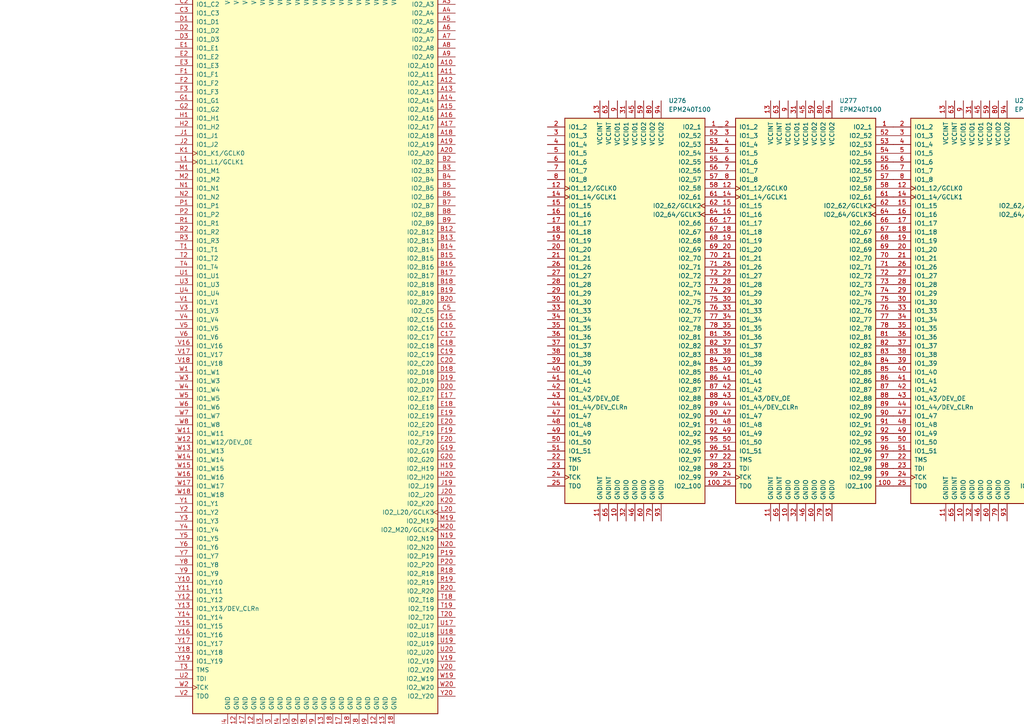
<source format=kicad_sch>
(kicad_sch (version 20250114) (generator "eeschema") (generator_version "9.0")
  (paper "A4")
  (lib_symbols
    (symbol "CPLD_Altera:EPM240T100" (pin_names (offset 1.016))
      (property "Reference" "U" (at 10.16 57.15 0))
      (property "Value" "EPM240T100" (at 10.16 -57.15 0))
      (symbol "EPM240T100_1_1"
        (rectangle (start -20.32 55.88) (end 20.32 -55.88) (stroke (width 0.254)) (fill (type background)))
        (pin bidirectional line (at -25.4 53.34 0) (length 5.08) (name "IO1_2") (number "2"))
        (pin bidirectional line (at -25.4 50.8 0) (length 5.08) (name "IO1_3") (number "3"))
        (pin bidirectional line (at -25.4 48.26 0) (length 5.08) (name "IO1_4") (number "4"))
        (pin bidirectional line (at -25.4 45.72 0) (length 5.08) (name "IO1_5") (number "5"))
        (pin bidirectional line (at -25.4 43.18 0) (length 5.08) (name "IO1_6") (number "6"))
        (pin bidirectional line (at -25.4 40.64 0) (length 5.08) (name "IO1_7") (number "7"))
        (pin bidirectional line (at -25.4 38.1 0) (length 5.08) (name "IO1_8") (number "8"))
        (pin bidirectional clock (at -25.4 35.56 0) (length 5.08) (name "IO1_12/GCLK0") (number "12"))
        (pin bidirectional clock (at -25.4 33.02 0) (length 5.08) (name "IO1_14/GCLK1") (number "14"))
        (pin bidirectional line (at -25.4 30.48 0) (length 5.08) (name "IO1_15") (number "15"))
        (pin bidirectional line (at -25.4 27.94 0) (length 5.08) (name "IO1_16") (number "16"))
        (pin bidirectional line (at -25.4 25.4 0) (length 5.08) (name "IO1_17") (number "17"))
        (pin bidirectional line (at -25.4 22.86 0) (length 5.08) (name "IO1_18") (number "18"))
        (pin bidirectional line (at -25.4 20.32 0) (length 5.08) (name "IO1_19") (number "19"))
        (pin bidirectional line (at -25.4 17.78 0) (length 5.08) (name "IO1_20") (number "20"))
        (pin bidirectional line (at -25.4 15.24 0) (length 5.08) (name "IO1_21") (number "21"))
        (pin bidirectional line (at -25.4 12.7 0) (length 5.08) (name "IO1_26") (number "26"))
        (pin bidirectional line (at -25.4 10.16 0) (length 5.08) (name "IO1_27") (number "27"))
        (pin bidirectional line (at -25.4 7.62 0) (length 5.08) (name "IO1_28") (number "28"))
        (pin bidirectional line (at -25.4 5.08 0) (length 5.08) (name "IO1_29") (number "29"))
        (pin bidirectional line (at -25.4 2.54 0) (length 5.08) (name "IO1_30") (number "30"))
        (pin bidirectional line (at -25.4 0 0) (length 5.08) (name "IO1_33") (number "33"))
        (pin bidirectional line (at -25.4 -2.54 0) (length 5.08) (name "IO1_34") (number "34"))
        (pin bidirectional line (at -25.4 -5.08 0) (length 5.08) (name "IO1_35") (number "35"))
        (pin bidirectional line (at -25.4 -7.62 0) (length 5.08) (name "IO1_36") (number "36"))
        (pin bidirectional line (at -25.4 -10.16 0) (length 5.08) (name "IO1_37") (number "37"))
        (pin bidirectional line (at -25.4 -12.7 0) (length 5.08) (name "IO1_38") (number "38"))
        (pin bidirectional line (at -25.4 -15.24 0) (length 5.08) (name "IO1_39") (number "39"))
        (pin bidirectional line (at -25.4 -17.78 0) (length 5.08) (name "IO1_40") (number "40"))
        (pin bidirectional line (at -25.4 -20.32 0) (length 5.08) (name "IO1_41") (number "41"))
        (pin bidirectional line (at -25.4 -22.86 0) (length 5.08) (name "IO1_42") (number "42"))
        (pin bidirectional line (at -25.4 -25.4 0) (length 5.08) (name "IO1_43/DEV_OE") (number "43"))
        (pin bidirectional line (at -25.4 -27.94 0) (length 5.08) (name "IO1_44/DEV_CLRn") (number "44"))
        (pin bidirectional line (at -25.4 -30.48 0) (length 5.08) (name "IO1_47") (number "47"))
        (pin bidirectional line (at -25.4 -33.02 0) (length 5.08) (name "IO1_48") (number "48"))
        (pin bidirectional line (at -25.4 -35.56 0) (length 5.08) (name "IO1_49") (number "49"))
        (pin bidirectional line (at -25.4 -38.1 0) (length 5.08) (name "IO1_50") (number "50"))
        (pin bidirectional line (at -25.4 -40.64 0) (length 5.08) (name "IO1_51") (number "51"))
        (pin input line (at -25.4 -43.18 0) (length 5.08) (name "TMS") (number "22"))
        (pin input line (at -25.4 -45.72 0) (length 5.08) (name "TDI") (number "23"))
        (pin input clock (at -25.4 -48.26 0) (length 5.08) (name "TCK") (number "24"))
        (pin output line (at -25.4 -50.8 0) (length 5.08) (name "TDO") (number "25"))
        (pin power_in line (at -10.16 60.96 270) (length 5.08) (name "VCCINT") (number "13"))
        (pin power_in line (at -10.16 -60.96 90) (length 5.08) (name "GNDINT") (number "11"))
        (pin power_in line (at -7.62 60.96 270) (length 5.08) (name "VCCINT") (number "63"))
        (pin power_in line (at -7.62 -60.96 90) (length 5.08) (name "GNDINT") (number "65"))
        (pin power_in line (at -5.08 60.96 270) (length 5.08) (name "VCCIO1") (number "9"))
        (pin power_in line (at -5.08 -60.96 90) (length 5.08) (name "GNDIO") (number "10"))
        (pin power_in line (at -2.54 60.96 270) (length 5.08) (name "VCCIO1") (number "31"))
        (pin power_in line (at -2.54 -60.96 90) (length 5.08) (name "GNDIO") (number "32"))
        (pin power_in line (at 0 60.96 270) (length 5.08) (name "VCCIO1") (number "45"))
        (pin power_in line (at 0 -60.96 90) (length 5.08) (name "GNDIO") (number "46"))
        (pin power_in line (at 2.54 60.96 270) (length 5.08) (name "VCCIO2") (number "59"))
        (pin power_in line (at 2.54 -60.96 90) (length 5.08) (name "GNDIO") (number "60"))
        (pin power_in line (at 5.08 60.96 270) (length 5.08) (name "VCCIO2") (number "80"))
        (pin power_in line (at 5.08 -60.96 90) (length 5.08) (name "GNDIO") (number "79"))
        (pin power_in line (at 7.62 60.96 270) (length 5.08) (name "VCCIO2") (number "94"))
        (pin power_in line (at 7.62 -60.96 90) (length 5.08) (name "GNDIO") (number "93"))
        (pin bidirectional line (at 25.4 53.34 180) (length 5.08) (name "IO2_1") (number "1"))
        (pin bidirectional line (at 25.4 50.8 180) (length 5.08) (name "IO2_52") (number "52"))
        (pin bidirectional line (at 25.4 48.26 180) (length 5.08) (name "IO2_53") (number "53"))
        (pin bidirectional line (at 25.4 45.72 180) (length 5.08) (name "IO2_54") (number "54"))
        (pin bidirectional line (at 25.4 43.18 180) (length 5.08) (name "IO2_55") (number "55"))
        (pin bidirectional line (at 25.4 40.64 180) (length 5.08) (name "IO2_56") (number "56"))
        (pin bidirectional line (at 25.4 38.1 180) (length 5.08) (name "IO2_57") (number "57"))
        (pin bidirectional line (at 25.4 35.56 180) (length 5.08) (name "IO2_58") (number "58"))
        (pin bidirectional line (at 25.4 33.02 180) (length 5.08) (name "IO2_61") (number "61"))
        (pin bidirectional clock (at 25.4 30.48 180) (length 5.08) (name "IO2_62/GCLK2") (number "62"))
        (pin bidirectional clock (at 25.4 27.94 180) (length 5.08) (name "IO2_64/GCLK3") (number "64"))
        (pin bidirectional line (at 25.4 25.4 180) (length 5.08) (name "IO2_66") (number "66"))
        (pin bidirectional line (at 25.4 22.86 180) (length 5.08) (name "IO2_67") (number "67"))
        (pin bidirectional line (at 25.4 20.32 180) (length 5.08) (name "IO2_68") (number "68"))
        (pin bidirectional line (at 25.4 17.78 180) (length 5.08) (name "IO2_69") (number "69"))
        (pin bidirectional line (at 25.4 15.24 180) (length 5.08) (name "IO2_70") (number "70"))
        (pin bidirectional line (at 25.4 12.7 180) (length 5.08) (name "IO2_71") (number "71"))
        (pin bidirectional line (at 25.4 10.16 180) (length 5.08) (name "IO2_72") (number "72"))
        (pin bidirectional line (at 25.4 7.62 180) (length 5.08) (name "IO2_73") (number "73"))
        (pin bidirectional line (at 25.4 5.08 180) (length 5.08) (name "IO2_74") (number "74"))
        (pin bidirectional line (at 25.4 2.54 180) (length 5.08) (name "IO2_75") (number "75"))
        (pin bidirectional line (at 25.4 0 180) (length 5.08) (name "IO2_76") (number "76"))
        (pin bidirectional line (at 25.4 -2.54 180) (length 5.08) (name "IO2_77") (number "77"))
        (pin bidirectional line (at 25.4 -5.08 180) (length 5.08) (name "IO2_78") (number "78"))
        (pin bidirectional line (at 25.4 -7.62 180) (length 5.08) (name "IO2_81") (number "81"))
        (pin bidirectional line (at 25.4 -10.16 180) (length 5.08) (name "IO2_82") (number "82"))
        (pin bidirectional line (at 25.4 -12.7 180) (length 5.08) (name "IO2_83") (number "83"))
        (pin bidirectional line (at 25.4 -15.24 180) (length 5.08) (name "IO2_84") (number "84"))
        (pin bidirectional line (at 25.4 -17.78 180) (length 5.08) (name "IO2_85") (number "85"))
        (pin bidirectional line (at 25.4 -20.32 180) (length 5.08) (name "IO2_86") (number "86"))
        (pin bidirectional line (at 25.4 -22.86 180) (length 5.08) (name "IO2_87") (number "87"))
        (pin bidirectional line (at 25.4 -25.4 180) (length 5.08) (name "IO2_88") (number "88"))
        (pin bidirectional line (at 25.4 -27.94 180) (length 5.08) (name "IO2_89") (number "89"))
        (pin bidirectional line (at 25.4 -30.48 180) (length 5.08) (name "IO2_90") (number "90"))
        (pin bidirectional line (at 25.4 -33.02 180) (length 5.08) (name "IO2_91") (number "91"))
        (pin bidirectional line (at 25.4 -35.56 180) (length 5.08) (name "IO2_92") (number "92"))
        (pin bidirectional line (at 25.4 -38.1 180) (length 5.08) (name "IO2_95") (number "95"))
        (pin bidirectional line (at 25.4 -40.64 180) (length 5.08) (name "IO2_96") (number "96"))
        (pin bidirectional line (at 25.4 -43.18 180) (length 5.08) (name "IO2_97") (number "97"))
        (pin bidirectional line (at 25.4 -45.72 180) (length 5.08) (name "IO2_98") (number "98"))
        (pin bidirectional line (at 25.4 -48.26 180) (length 5.08) (name "IO2_99") (number "99"))
        (pin bidirectional line (at 25.4 -50.8 180) (length 5.08) (name "IO2_100") (number "100"))
      )
    )
    (symbol "CPLD_Altera:EPM570ZM256" (pin_names (offset 1.016))
      (property "Reference" "U" (at 25.4 107.95 0))
      (property "Value" "EPM570ZM256" (at 25.4 -107.95 0))
      (symbol "EPM570ZM256_1_1"
        (rectangle (start -35.56 106.68) (end 35.56 -106.68) (stroke (width 0.254)) (fill (type background)))
        (pin bidirectional line (at -40.64 104.14 0) (length 5.08) (name "IO1_B1") (number "B1"))
        (pin bidirectional line (at -40.64 101.6 0) (length 5.08) (name "IO1_C1") (number "C1"))
        (pin bidirectional line (at -40.64 99.06 0) (length 5.08) (name "IO1_C2") (number "C2"))
        (pin bidirectional line (at -40.64 96.52 0) (length 5.08) (name "IO1_C3") (number "C3"))
        (pin bidirectional line (at -40.64 93.98 0) (length 5.08) (name "IO1_D1") (number "D1"))
        (pin bidirectional line (at -40.64 91.44 0) (length 5.08) (name "IO1_D2") (number "D2"))
        (pin bidirectional line (at -40.64 88.9 0) (length 5.08) (name "IO1_D3") (number "D3"))
        (pin bidirectional line (at -40.64 86.36 0) (length 5.08) (name "IO1_E1") (number "E1"))
        (pin bidirectional line (at -40.64 83.82 0) (length 5.08) (name "IO1_E2") (number "E2"))
        (pin bidirectional line (at -40.64 81.28 0) (length 5.08) (name "IO1_E3") (number "E3"))
        (pin bidirectional line (at -40.64 78.74 0) (length 5.08) (name "IO1_F1") (number "F1"))
        (pin bidirectional line (at -40.64 76.2 0) (length 5.08) (name "IO1_F2") (number "F2"))
        (pin bidirectional line (at -40.64 73.66 0) (length 5.08) (name "IO1_F3") (number "F3"))
        (pin bidirectional line (at -40.64 71.12 0) (length 5.08) (name "IO1_G1") (number "G1"))
        (pin bidirectional line (at -40.64 68.58 0) (length 5.08) (name "IO1_G2") (number "G2"))
        (pin bidirectional line (at -40.64 66.04 0) (length 5.08) (name "IO1_H1") (number "H1"))
        (pin bidirectional line (at -40.64 63.5 0) (length 5.08) (name "IO1_H2") (number "H2"))
        (pin bidirectional line (at -40.64 60.96 0) (length 5.08) (name "IO1_J1") (number "J1"))
        (pin bidirectional line (at -40.64 58.42 0) (length 5.08) (name "IO1_J2") (number "J2"))
        (pin bidirectional clock (at -40.64 55.88 0) (length 5.08) (name "IO1_K1/GCLK0") (number "K1"))
        (pin bidirectional clock (at -40.64 53.34 0) (length 5.08) (name "IO1_L1/GCLK1") (number "L1"))
        (pin bidirectional line (at -40.64 50.8 0) (length 5.08) (name "IO1_M1") (number "M1"))
        (pin bidirectional line (at -40.64 48.26 0) (length 5.08) (name "IO1_M2") (number "M2"))
        (pin bidirectional line (at -40.64 45.72 0) (length 5.08) (name "IO1_N1") (number "N1"))
        (pin bidirectional line (at -40.64 43.18 0) (length 5.08) (name "IO1_N2") (number "N2"))
        (pin bidirectional line (at -40.64 40.64 0) (length 5.08) (name "IO1_P1") (number "P1"))
        (pin bidirectional line (at -40.64 38.1 0) (length 5.08) (name "IO1_P2") (number "P2"))
        (pin bidirectional line (at -40.64 35.56 0) (length 5.08) (name "IO1_R1") (number "R1"))
        (pin bidirectional line (at -40.64 33.02 0) (length 5.08) (name "IO1_R2") (number "R2"))
        (pin bidirectional line (at -40.64 30.48 0) (length 5.08) (name "IO1_R3") (number "R3"))
        (pin bidirectional line (at -40.64 27.94 0) (length 5.08) (name "IO1_T1") (number "T1"))
        (pin bidirectional line (at -40.64 25.4 0) (length 5.08) (name "IO1_T2") (number "T2"))
        (pin bidirectional line (at -40.64 22.86 0) (length 5.08) (name "IO1_T4") (number "T4"))
        (pin bidirectional line (at -40.64 20.32 0) (length 5.08) (name "IO1_U1") (number "U1"))
        (pin bidirectional line (at -40.64 17.78 0) (length 5.08) (name "IO1_U3") (number "U3"))
        (pin bidirectional line (at -40.64 15.24 0) (length 5.08) (name "IO1_U4") (number "U4"))
        (pin bidirectional line (at -40.64 12.7 0) (length 5.08) (name "IO1_V1") (number "V1"))
        (pin bidirectional line (at -40.64 10.16 0) (length 5.08) (name "IO1_V3") (number "V3"))
        (pin bidirectional line (at -40.64 7.62 0) (length 5.08) (name "IO1_V4") (number "V4"))
        (pin bidirectional line (at -40.64 5.08 0) (length 5.08) (name "IO1_V5") (number "V5"))
        (pin bidirectional line (at -40.64 2.54 0) (length 5.08) (name "IO1_V6") (number "V6"))
        (pin bidirectional line (at -40.64 0 0) (length 5.08) (name "IO1_V16") (number "V16"))
        (pin bidirectional line (at -40.64 -2.54 0) (length 5.08) (name "IO1_V17") (number "V17"))
        (pin bidirectional line (at -40.64 -5.08 0) (length 5.08) (name "IO1_V18") (number "V18"))
        (pin bidirectional line (at -40.64 -7.62 0) (length 5.08) (name "IO1_W1") (number "W1"))
        (pin bidirectional line (at -40.64 -10.16 0) (length 5.08) (name "IO1_W3") (number "W3"))
        (pin bidirectional line (at -40.64 -12.7 0) (length 5.08) (name "IO1_W4") (number "W4"))
        (pin bidirectional line (at -40.64 -15.24 0) (length 5.08) (name "IO1_W5") (number "W5"))
        (pin bidirectional line (at -40.64 -17.78 0) (length 5.08) (name "IO1_W6") (number "W6"))
        (pin bidirectional line (at -40.64 -20.32 0) (length 5.08) (name "IO1_W7") (number "W7"))
        (pin bidirectional line (at -40.64 -22.86 0) (length 5.08) (name "IO1_W8") (number "W8"))
        (pin bidirectional line (at -40.64 -25.4 0) (length 5.08) (name "IO1_W11") (number "W11"))
        (pin bidirectional line (at -40.64 -27.94 0) (length 5.08) (name "IO1_W12/DEV_OE") (number "W12"))
        (pin bidirectional line (at -40.64 -30.48 0) (length 5.08) (name "IO1_W13") (number "W13"))
        (pin bidirectional line (at -40.64 -33.02 0) (length 5.08) (name "IO1_W14") (number "W14"))
        (pin bidirectional line (at -40.64 -35.56 0) (length 5.08) (name "IO1_W15") (number "W15"))
        (pin bidirectional line (at -40.64 -38.1 0) (length 5.08) (name "IO1_W16") (number "W16"))
        (pin bidirectional line (at -40.64 -40.64 0) (length 5.08) (name "IO1_W17") (number "W17"))
        (pin bidirectional line (at -40.64 -43.18 0) (length 5.08) (name "IO1_W18") (number "W18"))
        (pin bidirectional line (at -40.64 -45.72 0) (length 5.08) (name "IO1_Y1") (number "Y1"))
        (pin bidirectional line (at -40.64 -48.26 0) (length 5.08) (name "IO1_Y2") (number "Y2"))
        (pin bidirectional line (at -40.64 -50.8 0) (length 5.08) (name "IO1_Y3") (number "Y3"))
        (pin bidirectional line (at -40.64 -53.34 0) (length 5.08) (name "IO1_Y4") (number "Y4"))
        (pin bidirectional line (at -40.64 -55.88 0) (length 5.08) (name "IO1_Y5") (number "Y5"))
        (pin bidirectional line (at -40.64 -58.42 0) (length 5.08) (name "IO1_Y6") (number "Y6"))
        (pin bidirectional line (at -40.64 -60.96 0) (length 5.08) (name "IO1_Y7") (number "Y7"))
        (pin bidirectional line (at -40.64 -63.5 0) (length 5.08) (name "IO1_Y8") (number "Y8"))
        (pin bidirectional line (at -40.64 -66.04 0) (length 5.08) (name "IO1_Y9") (number "Y9"))
        (pin bidirectional line (at -40.64 -68.58 0) (length 5.08) (name "IO1_Y10") (number "Y10"))
        (pin bidirectional line (at -40.64 -71.12 0) (length 5.08) (name "IO1_Y11") (number "Y11"))
        (pin bidirectional line (at -40.64 -73.66 0) (length 5.08) (name "IO1_Y12") (number "Y12"))
        (pin bidirectional line (at -40.64 -76.2 0) (length 5.08) (name "IO1_Y13/DEV_CLRn") (number "Y13"))
        (pin bidirectional line (at -40.64 -78.74 0) (length 5.08) (name "IO1_Y14") (number "Y14"))
        (pin bidirectional line (at -40.64 -81.28 0) (length 5.08) (name "IO1_Y15") (number "Y15"))
        (pin bidirectional line (at -40.64 -83.82 0) (length 5.08) (name "IO1_Y16") (number "Y16"))
        (pin bidirectional line (at -40.64 -86.36 0) (length 5.08) (name "IO1_Y17") (number "Y17"))
        (pin bidirectional line (at -40.64 -88.9 0) (length 5.08) (name "IO1_Y18") (number "Y18"))
        (pin bidirectional line (at -40.64 -91.44 0) (length 5.08) (name "IO1_Y19") (number "Y19"))
        (pin input line (at -40.64 -93.98 0) (length 5.08) (name "TMS") (number "T3"))
        (pin input line (at -40.64 -96.52 0) (length 5.08) (name "TDI") (number "U2"))
        (pin input clock (at -40.64 -99.06 0) (length 5.08) (name "TCK") (number "W2"))
        (pin output line (at -40.64 -101.6 0) (length 5.08) (name "TDO") (number "V2"))
        (pin power_in line (at -25.4 111.76 270) (length 5.08) (name "VCCINT") (number "K4"))
        (pin power_in line (at -25.4 -111.76 90) (length 5.08) (name "GND") (number "J4"))
        (pin power_in line (at -22.86 111.76 270) (length 5.08) (name "VCCINT") (number "U11"))
        (pin power_in line (at -22.86 -111.76 90) (length 5.08) (name "GND") (number "U12"))
        (pin power_in line (at -20.32 111.76 270) (length 5.08) (name "VCCINT") (number "L17"))
        (pin power_in line (at -20.32 -111.76 90) (length 5.08) (name "GND") (number "M17"))
        (pin power_in line (at -17.78 111.76 270) (length 5.08) (name "VCCINT") (number "D11"))
        (pin power_in line (at -17.78 -111.76 90) (length 5.08) (name "GND") (number "D12"))
        (pin power_in line (at -15.24 111.76 270) (length 5.08) (name "VCCIO1") (number "K3"))
        (pin power_in line (at -15.24 -111.76 90) (length 5.08) (name "GND") (number "H3"))
        (pin power_in line (at -12.7 111.76 270) (length 5.08) (name "VCCIO1") (number "L3"))
        (pin power_in line (at -12.7 -111.76 90) (length 5.08) (name "GND") (number "J3"))
        (pin power_in line (at -10.16 111.76 270) (length 5.08) (name "VCCIO1") (number "L4"))
        (pin power_in line (at -10.16 -111.76 90) (length 5.08) (name "GND") (number "M4"))
        (pin power_in line (at -7.62 111.76 270) (length 5.08) (name "VCCIO1") (number "M3"))
        (pin power_in line (at -7.62 -111.76 90) (length 5.08) (name "GND") (number "N3"))
        (pin power_in line (at -5.08 111.76 270) (length 5.08) (name "VCCIO1") (number "U10"))
        (pin power_in line (at -5.08 -111.76 90) (length 5.08) (name "GND") (number "U9"))
        (pin power_in line (at -2.54 111.76 270) (length 5.08) (name "VCCIO1") (number "V10"))
        (pin power_in line (at -2.54 -111.76 90) (length 5.08) (name "GND") (number "V8"))
        (pin power_in line (at 0 111.76 270) (length 5.08) (name "VCCIO1") (number "V11"))
        (pin power_in line (at 0 -111.76 90) (length 5.08) (name "GND") (number "V9"))
        (pin power_in line (at 2.54 111.76 270) (length 5.08) (name "VCCIO1") (number "V12"))
        (pin power_in line (at 2.54 -111.76 90) (length 5.08) (name "GND") (number "V13"))
        (pin power_in line (at 5.08 111.76 270) (length 5.08) (name "VCCIO2") (number "J18"))
        (pin power_in line (at 5.08 -111.76 90) (length 5.08) (name "GND") (number "H18"))
        (pin power_in line (at 7.62 111.76 270) (length 5.08) (name "VCCIO2") (number "K17"))
        (pin power_in line (at 7.62 -111.76 90) (length 5.08) (name "GND") (number "J17"))
        (pin power_in line (at 10.16 111.76 270) (length 5.08) (name "VCCIO2") (number "K18"))
        (pin power_in line (at 10.16 -111.76 90) (length 5.08) (name "GND") (number "N18"))
        (pin power_in line (at 12.7 111.76 270) (length 5.08) (name "VCCIO2") (number "L18"))
        (pin power_in line (at 12.7 -111.76 90) (length 5.08) (name "GND") (number "C8"))
        (pin power_in line (at 15.24 111.76 270) (length 5.08) (name "VCCIO2") (number "C9"))
        (pin power_in line (at 15.24 -111.76 90) (length 5.08) (name "GND") (number "D9"))
        (pin power_in line (at 17.78 111.76 270) (length 5.08) (name "VCCIO2") (number "C10"))
        (pin power_in line (at 17.78 -111.76 90) (length 5.08) (name "GND") (number "C12"))
        (pin power_in line (at 20.32 111.76 270) (length 5.08) (name "VCCIO2") (number "D10"))
        (pin power_in line (at 20.32 -111.76 90) (length 5.08) (name "GND") (number "C13"))
        (pin power_in line (at 22.86 111.76 270) (length 5.08) (name "VCCIO2") (number "C11"))
        (pin power_in line (at 22.86 -111.76 90) (length 5.08) (name "GND") (number "M18"))
        (pin bidirectional line (at 40.64 104.14 180) (length 5.08) (name "IO2_A1") (number "A1"))
        (pin bidirectional line (at 40.64 101.6 180) (length 5.08) (name "IO2_A2") (number "A2"))
        (pin bidirectional line (at 40.64 99.06 180) (length 5.08) (name "IO2_A3") (number "A3"))
        (pin bidirectional line (at 40.64 96.52 180) (length 5.08) (name "IO2_A4") (number "A4"))
        (pin bidirectional line (at 40.64 93.98 180) (length 5.08) (name "IO2_A5") (number "A5"))
        (pin bidirectional line (at 40.64 91.44 180) (length 5.08) (name "IO2_A6") (number "A6"))
        (pin bidirectional line (at 40.64 88.9 180) (length 5.08) (name "IO2_A7") (number "A7"))
        (pin bidirectional line (at 40.64 86.36 180) (length 5.08) (name "IO2_A8") (number "A8"))
        (pin bidirectional line (at 40.64 83.82 180) (length 5.08) (name "IO2_A9") (number "A9"))
        (pin bidirectional line (at 40.64 81.28 180) (length 5.08) (name "IO2_A10") (number "A10"))
        (pin bidirectional line (at 40.64 78.74 180) (length 5.08) (name "IO2_A11") (number "A11"))
        (pin bidirectional line (at 40.64 76.2 180) (length 5.08) (name "IO2_A12") (number "A12"))
        (pin bidirectional line (at 40.64 73.66 180) (length 5.08) (name "IO2_A13") (number "A13"))
        (pin bidirectional line (at 40.64 71.12 180) (length 5.08) (name "IO2_A14") (number "A14"))
        (pin bidirectional line (at 40.64 68.58 180) (length 5.08) (name "IO2_A15") (number "A15"))
        (pin bidirectional line (at 40.64 66.04 180) (length 5.08) (name "IO2_A16") (number "A16"))
        (pin bidirectional line (at 40.64 63.5 180) (length 5.08) (name "IO2_A17") (number "A17"))
        (pin bidirectional line (at 40.64 60.96 180) (length 5.08) (name "IO2_A18") (number "A18"))
        (pin bidirectional line (at 40.64 58.42 180) (length 5.08) (name "IO2_A19") (number "A19"))
        (pin bidirectional line (at 40.64 55.88 180) (length 5.08) (name "IO2_A20") (number "A20"))
        (pin bidirectional line (at 40.64 53.34 180) (length 5.08) (name "IO2_B2") (number "B2"))
        (pin bidirectional line (at 40.64 50.8 180) (length 5.08) (name "IO2_B3") (number "B3"))
        (pin bidirectional line (at 40.64 48.26 180) (length 5.08) (name "IO2_B4") (number "B4"))
        (pin bidirectional line (at 40.64 45.72 180) (length 5.08) (name "IO2_B5") (number "B5"))
        (pin bidirectional line (at 40.64 43.18 180) (length 5.08) (name "IO2_B6") (number "B6"))
        (pin bidirectional line (at 40.64 40.64 180) (length 5.08) (name "IO2_B7") (number "B7"))
        (pin bidirectional line (at 40.64 38.1 180) (length 5.08) (name "IO2_B8") (number "B8"))
        (pin bidirectional line (at 40.64 35.56 180) (length 5.08) (name "IO2_B9") (number "B9"))
        (pin bidirectional line (at 40.64 33.02 180) (length 5.08) (name "IO2_B12") (number "B12"))
        (pin bidirectional line (at 40.64 30.48 180) (length 5.08) (name "IO2_B13") (number "B13"))
        (pin bidirectional line (at 40.64 27.94 180) (length 5.08) (name "IO2_B14") (number "B14"))
        (pin bidirectional line (at 40.64 25.4 180) (length 5.08) (name "IO2_B15") (number "B15"))
        (pin bidirectional line (at 40.64 22.86 180) (length 5.08) (name "IO2_B16") (number "B16"))
        (pin bidirectional line (at 40.64 20.32 180) (length 5.08) (name "IO2_B17") (number "B17"))
        (pin bidirectional line (at 40.64 17.78 180) (length 5.08) (name "IO2_B18") (number "B18"))
        (pin bidirectional line (at 40.64 15.24 180) (length 5.08) (name "IO2_B19") (number "B19"))
        (pin bidirectional line (at 40.64 12.7 180) (length 5.08) (name "IO2_B20") (number "B20"))
        (pin bidirectional line (at 40.64 10.16 180) (length 5.08) (name "IO2_C5") (number "C5"))
        (pin bidirectional line (at 40.64 7.62 180) (length 5.08) (name "IO2_C15") (number "C15"))
        (pin bidirectional line (at 40.64 5.08 180) (length 5.08) (name "IO2_C16") (number "C16"))
        (pin bidirectional line (at 40.64 2.54 180) (length 5.08) (name "IO2_C17") (number "C17"))
        (pin bidirectional line (at 40.64 0 180) (length 5.08) (name "IO2_C18") (number "C18"))
        (pin bidirectional line (at 40.64 -2.54 180) (length 5.08) (name "IO2_C19") (number "C19"))
        (pin bidirectional line (at 40.64 -5.08 180) (length 5.08) (name "IO2_C20") (number "C20"))
        (pin bidirectional line (at 40.64 -7.62 180) (length 5.08) (name "IO2_D18") (number "D18"))
        (pin bidirectional line (at 40.64 -10.16 180) (length 5.08) (name "IO2_D19") (number "D19"))
        (pin bidirectional line (at 40.64 -12.7 180) (length 5.08) (name "IO2_D20") (number "D20"))
        (pin bidirectional line (at 40.64 -15.24 180) (length 5.08) (name "IO2_E17") (number "E17"))
        (pin bidirectional line (at 40.64 -17.78 180) (length 5.08) (name "IO2_E18") (number "E18"))
        (pin bidirectional line (at 40.64 -20.32 180) (length 5.08) (name "IO2_E19") (number "E19"))
        (pin bidirectional line (at 40.64 -22.86 180) (length 5.08) (name "IO2_E20") (number "E20"))
        (pin bidirectional line (at 40.64 -25.4 180) (length 5.08) (name "IO2_F19") (number "F19"))
        (pin bidirectional line (at 40.64 -27.94 180) (length 5.08) (name "IO2_F20") (number "F20"))
        (pin bidirectional line (at 40.64 -30.48 180) (length 5.08) (name "IO2_G19") (number "G19"))
        (pin bidirectional line (at 40.64 -33.02 180) (length 5.08) (name "IO2_G20") (number "G20"))
        (pin bidirectional line (at 40.64 -35.56 180) (length 5.08) (name "IO2_H19") (number "H19"))
        (pin bidirectional line (at 40.64 -38.1 180) (length 5.08) (name "IO2_H20") (number "H20"))
        (pin bidirectional line (at 40.64 -40.64 180) (length 5.08) (name "IO2_J19") (number "J19"))
        (pin bidirectional line (at 40.64 -43.18 180) (length 5.08) (name "IO2_J20") (number "J20"))
        (pin bidirectional line (at 40.64 -45.72 180) (length 5.08) (name "IO2_K20") (number "K20"))
        (pin bidirectional clock (at 40.64 -48.26 180) (length 5.08) (name "IO2_L20/GCLK3") (number "L20"))
        (pin bidirectional line (at 40.64 -50.8 180) (length 5.08) (name "IO2_M19") (number "M19"))
        (pin bidirectional clock (at 40.64 -53.34 180) (length 5.08) (name "IO2_M20/GCLK2") (number "M20"))
        (pin bidirectional line (at 40.64 -55.88 180) (length 5.08) (name "IO2_N19") (number "N19"))
        (pin bidirectional line (at 40.64 -58.42 180) (length 5.08) (name "IO2_N20") (number "N20"))
        (pin bidirectional line (at 40.64 -60.96 180) (length 5.08) (name "IO2_P19") (number "P19"))
        (pin bidirectional line (at 40.64 -63.5 180) (length 5.08) (name "IO2_P20") (number "P20"))
        (pin bidirectional line (at 40.64 -66.04 180) (length 5.08) (name "IO2_R18") (number "R18"))
        (pin bidirectional line (at 40.64 -68.58 180) (length 5.08) (name "IO2_R19") (number "R19"))
        (pin bidirectional line (at 40.64 -71.12 180) (length 5.08) (name "IO2_R20") (number "R20"))
        (pin bidirectional line (at 40.64 -73.66 180) (length 5.08) (name "IO2_T18") (number "T18"))
        (pin bidirectional line (at 40.64 -76.2 180) (length 5.08) (name "IO2_T19") (number "T19"))
        (pin bidirectional line (at 40.64 -78.74 180) (length 5.08) (name "IO2_T20") (number "T20"))
        (pin bidirectional line (at 40.64 -81.28 180) (length 5.08) (name "IO2_U17") (number "U17"))
        (pin bidirectional line (at 40.64 -83.82 180) (length 5.08) (name "IO2_U18") (number "U18"))
        (pin bidirectional line (at 40.64 -86.36 180) (length 5.08) (name "IO2_U19") (number "U19"))
        (pin bidirectional line (at 40.64 -88.9 180) (length 5.08) (name "IO2_U20") (number "U20"))
        (pin bidirectional line (at 40.64 -91.44 180) (length 5.08) (name "IO2_V19") (number "V19"))
        (pin bidirectional line (at 40.64 -93.98 180) (length 5.08) (name "IO2_V20") (number "V20"))
        (pin bidirectional line (at 40.64 -96.52 180) (length 5.08) (name "IO2_W19") (number "W19"))
        (pin bidirectional line (at 40.64 -99.06 180) (length 5.08) (name "IO2_W20") (number "W20"))
        (pin bidirectional line (at 40.64 -101.6 180) (length 5.08) (name "IO2_Y20") (number "Y20"))
      )
    )
  )
  (symbol (lib_id "CPLD_Altera:EPM240T100") (at 386.08 90.17 0) (unit 1)
    (property "Reference" "U280" (at 395.8433 29.21 0) (effects (justify left)))
    (property "Value" "EPM240T100" (at 395.8433 31.75 0) (effects (justify left)))
    (property "Footprint" "Package_QFP:LQFP-100_14x14mm_P0.5mm" (effects (hide yes)))
    (property "Datasheet" "https://www.altera.com/content/dam/altera-www/global/en_US/pdfs/literature/hb/max2/max2_mii5v1.pdf" (effects (hide yes)))
    (property "Description" "Altera MAX2 CPLD with 240 LE" (effects (hide yes)))
  )
  (symbol (lib_id "CPLD_Altera:EPM570ZM256") (at 91.44 100.33 0) (unit 1)
    (property "Reference" "U13" (at 116.4433 -10.16 0) (effects (justify left)))
    (property "Value" "EPM570ZM256" (at 116.4433 -7.62 0) (effects (justify left)))
    (property "Footprint" "Package_BGA:BGA-256_11.0x11.0mm_Layout20x20_P0.5mm_Ball0.3mm_Pad0.25mm_NSMD" (effects (hide yes)))
    (property "Datasheet" "https://www.altera.com/content/dam/altera-www/global/en_US/pdfs/literature/hb/max2/max2_mii5v1.pdf" (effects (hide yes)))
    (property "Description" "Altera Zero-Power MAX2 CPLD with 570 LE" (effects (hide yes)))
  )
  (symbol (lib_id "CPLD_Altera:EPM240T100") (at 184.15 90.17 0) (unit 1)
    (property "Reference" "U276" (at 193.9133 29.21 0) (effects (justify left)))
    (property "Value" "EPM240T100" (at 193.9133 31.75 0) (effects (justify left)))
    (property "Footprint" "Package_QFP:LQFP-100_14x14mm_P0.5mm" (effects (hide yes)))
    (property "Datasheet" "https://www.altera.com/content/dam/altera-www/global/en_US/pdfs/literature/hb/max2/max2_mii5v1.pdf" (effects (hide yes)))
    (property "Description" "Altera MAX2 CPLD with 240 LE" (effects (hide yes)))
  )
  (symbol (lib_id "CPLD_Altera:EPM240T100") (at 233.68 90.17 0) (unit 1)
    (property "Reference" "U277" (at 243.4433 29.21 0) (effects (justify left)))
    (property "Value" "EPM240T100" (at 243.4433 31.75 0) (effects (justify left)))
    (property "Footprint" "Package_QFP:LQFP-100_14x14mm_P0.5mm" (effects (hide yes)))
    (property "Datasheet" "https://www.altera.com/content/dam/altera-www/global/en_US/pdfs/literature/hb/max2/max2_mii5v1.pdf" (effects (hide yes)))
    (property "Description" "Altera MAX2 CPLD with 240 LE" (effects (hide yes)))
  )
  (symbol (lib_id "CPLD_Altera:EPM240T100") (at 284.48 90.17 0) (unit 1)
    (property "Reference" "U278" (at 294.2433 29.21 0) (effects (justify left)))
    (property "Value" "EPM240T100" (at 294.2433 31.75 0) (effects (justify left)))
    (property "Footprint" "Package_QFP:LQFP-100_14x14mm_P0.5mm" (effects (hide yes)))
    (property "Datasheet" "https://www.altera.com/content/dam/altera-www/global/en_US/pdfs/literature/hb/max2/max2_mii5v1.pdf" (effects (hide yes)))
    (property "Description" "Altera MAX2 CPLD with 240 LE" (effects (hide yes)))
  )
  (symbol (lib_id "CPLD_Altera:EPM240T100") (at 335.28 90.17 0) (unit 1)
    (property "Reference" "U279" (at 345.0433 29.21 0) (effects (justify left)))
    (property "Value" "EPM240T100" (at 345.0433 31.75 0) (effects (justify left)))
    (property "Footprint" "Package_QFP:LQFP-100_14x14mm_P0.5mm" (effects (hide yes)))
    (property "Datasheet" "https://www.altera.com/content/dam/altera-www/global/en_US/pdfs/literature/hb/max2/max2_mii5v1.pdf" (effects (hide yes)))
    (property "Description" "Altera MAX2 CPLD with 240 LE" (effects (hide yes)))
  )
)
</source>
